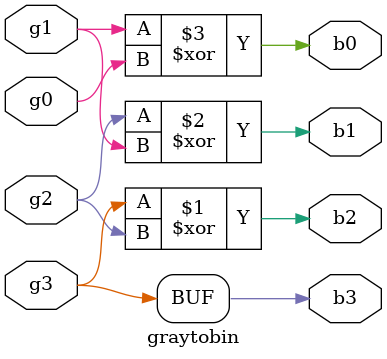
<source format=v>
module graytobin(
input g3, g2, g1, g0,
output b3, b2, b1, b0);

assign b3 = g3,
       b2 = g3 ^ g2,
       b1 = g2 ^ g1,
       b0 = g1 ^ g0;
endmodule 

</source>
